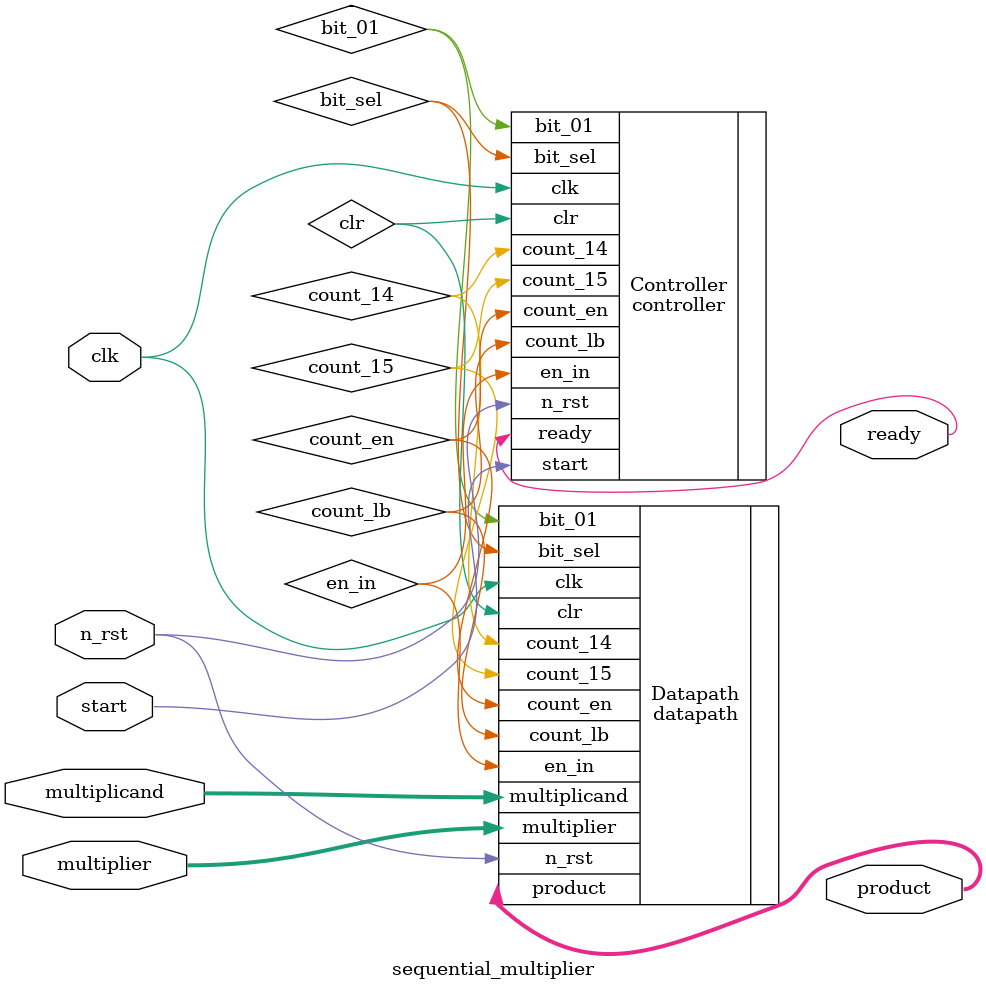
<source format=sv>
module sequential_multiplier #(
    WIDTH = 16
    )(
        input logic signed [WIDTH-1:0] multiplier,
        input logic signed [WIDTH-1:0] multiplicand,
        input logic start,

        input logic clk, n_rst,

        output logic signed [2*WIDTH-1:0] product,
        output logic ready
);

logic en_in, bit_sel, count_15, count_14, count_en, clr;
logic bit_01, count_lb;

datapath Datapath (.multiplier(multiplier), .multiplicand(multiplicand),
                   .clk(clk), .n_rst(n_rst),
 
                   // Controller -> Datapath
                   .en_in(en_in), .bit_sel(bit_sel),
                   .count_lb(count_lb), .count_en(count_en), .clr(clr), 
                   
                   // Datapath -> Controller
                   .count_14(count_14), .count_15(count_15), .bit_01(bit_01),
                   
                   // output
                   .product(product)
                   );

controller Controller ( .clk(clk), .n_rst(n_rst),
                        .start(start),
                        
                        // Datapath -> Controller 
                        .bit_01(bit_01), .count_15(count_15), .count_14(count_14),
                        
                        // controller -> Datapath
                        .en_in(en_in), .bit_sel(bit_sel), .count_lb(count_lb),
                        .count_en(count_en), .clr(clr),
                        
                        // Output 
                        .ready(ready)
                        );
    
endmodule
</source>
